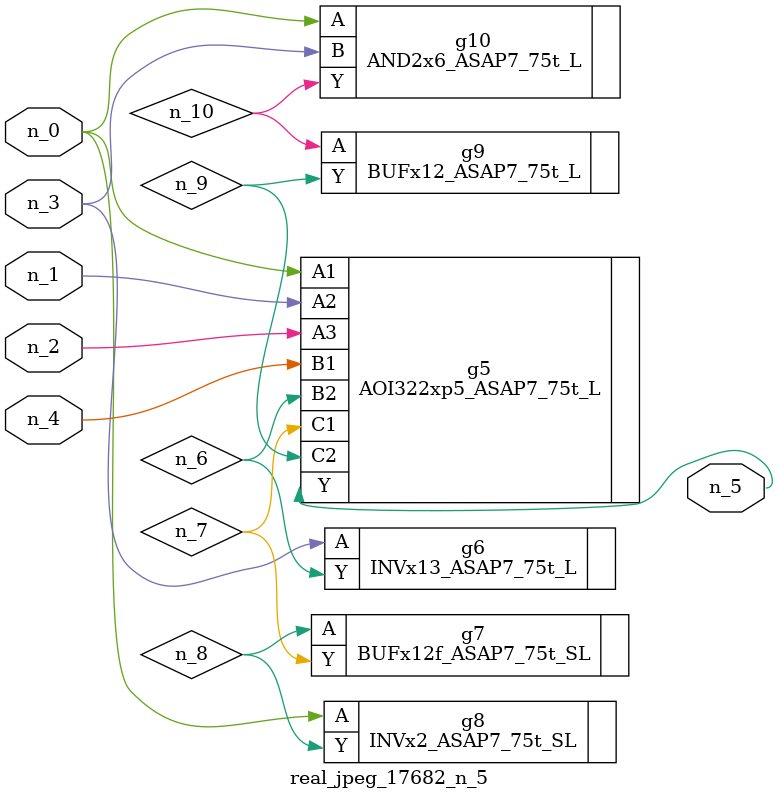
<source format=v>
module real_jpeg_17682_n_5 (n_4, n_0, n_1, n_2, n_3, n_5);

input n_4;
input n_0;
input n_1;
input n_2;
input n_3;

output n_5;

wire n_8;
wire n_6;
wire n_7;
wire n_10;
wire n_9;

AOI322xp5_ASAP7_75t_L g5 ( 
.A1(n_0),
.A2(n_1),
.A3(n_2),
.B1(n_4),
.B2(n_6),
.C1(n_7),
.C2(n_9),
.Y(n_5)
);

INVx2_ASAP7_75t_SL g8 ( 
.A(n_0),
.Y(n_8)
);

AND2x6_ASAP7_75t_L g10 ( 
.A(n_0),
.B(n_3),
.Y(n_10)
);

INVx13_ASAP7_75t_L g6 ( 
.A(n_3),
.Y(n_6)
);

BUFx12f_ASAP7_75t_SL g7 ( 
.A(n_8),
.Y(n_7)
);

BUFx12_ASAP7_75t_L g9 ( 
.A(n_10),
.Y(n_9)
);


endmodule
</source>
